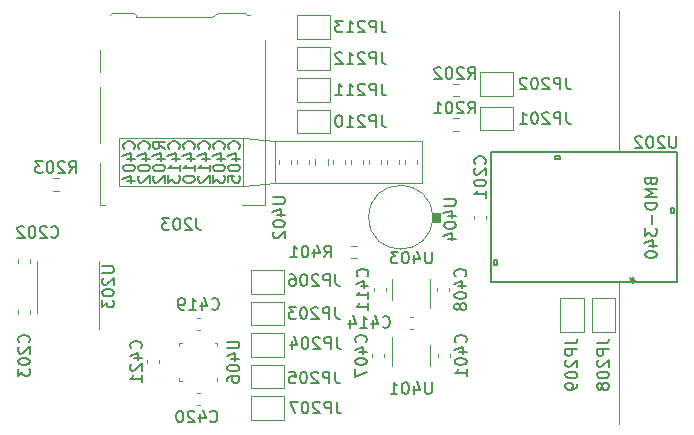
<source format=gbr>
%TF.GenerationSoftware,KiCad,Pcbnew,(5.1.7)-1*%
%TF.CreationDate,2021-01-20T17:17:38-05:00*%
%TF.ProjectId,SYSC4907_REV2,53595343-3439-4303-975f-524556322e6b,rev?*%
%TF.SameCoordinates,Original*%
%TF.FileFunction,Legend,Bot*%
%TF.FilePolarity,Positive*%
%FSLAX46Y46*%
G04 Gerber Fmt 4.6, Leading zero omitted, Abs format (unit mm)*
G04 Created by KiCad (PCBNEW (5.1.7)-1) date 2021-01-20 17:17:38*
%MOMM*%
%LPD*%
G01*
G04 APERTURE LIST*
%ADD10C,0.120000*%
%ADD11C,0.152400*%
%ADD12C,0.100000*%
%ADD13C,0.150000*%
G04 APERTURE END LIST*
D10*
X102000000Y-105000000D02*
X102000000Y-117000000D01*
X102000000Y-140000000D02*
X102000000Y-128000000D01*
X70193000Y-119859000D02*
X72860000Y-119605000D01*
X70193000Y-115795000D02*
X72860000Y-116049000D01*
X70193000Y-119859000D02*
X70193000Y-115795000D01*
X59652000Y-119859000D02*
X70193000Y-119859000D01*
X59652000Y-115795000D02*
X59652000Y-119859000D01*
X59779000Y-115795000D02*
X59652000Y-115795000D01*
X70193000Y-115795000D02*
X59779000Y-115795000D01*
X72860000Y-116049000D02*
X85306000Y-116049000D01*
X72860000Y-119605000D02*
X72860000Y-116049000D01*
X85306000Y-119605000D02*
X72860000Y-119605000D01*
X85306000Y-116049000D02*
X85306000Y-119605000D01*
%TO.C,C201*%
X89749000Y-122672267D02*
X89749000Y-122379733D01*
X90769000Y-122672267D02*
X90769000Y-122379733D01*
%TO.C,C401*%
X86701000Y-134356267D02*
X86701000Y-134063733D01*
X87721000Y-134356267D02*
X87721000Y-134063733D01*
%TO.C,C402*%
X74763000Y-117973267D02*
X74763000Y-117680733D01*
X75783000Y-117973267D02*
X75783000Y-117680733D01*
%TO.C,C403*%
X83403000Y-117680733D02*
X83403000Y-117973267D01*
X82383000Y-117680733D02*
X82383000Y-117973267D01*
%TO.C,C404*%
X74259000Y-117973267D02*
X74259000Y-117680733D01*
X73239000Y-117973267D02*
X73239000Y-117680733D01*
%TO.C,C405*%
X83907000Y-117680733D02*
X83907000Y-117973267D01*
X84927000Y-117680733D02*
X84927000Y-117973267D01*
%TO.C,C407*%
X81113000Y-134063733D02*
X81113000Y-134356267D01*
X82133000Y-134063733D02*
X82133000Y-134356267D01*
%TO.C,C408*%
X87594000Y-128475733D02*
X87594000Y-128768267D01*
X86574000Y-128475733D02*
X86574000Y-128768267D01*
%TO.C,C410*%
X79335000Y-117973267D02*
X79335000Y-117680733D01*
X80355000Y-117973267D02*
X80355000Y-117680733D01*
%TO.C,C411*%
X82260000Y-128475733D02*
X82260000Y-128768267D01*
X81240000Y-128475733D02*
X81240000Y-128768267D01*
%TO.C,C412*%
X81879000Y-117973267D02*
X81879000Y-117680733D01*
X80859000Y-117973267D02*
X80859000Y-117680733D01*
%TO.C,C413*%
X78831000Y-117973267D02*
X78831000Y-117680733D01*
X77811000Y-117973267D02*
X77811000Y-117680733D01*
%TO.C,C414*%
X84563267Y-131926000D02*
X84270733Y-131926000D01*
X84563267Y-130906000D02*
X84270733Y-130906000D01*
%TO.C,C419*%
X66529267Y-132053000D02*
X66236733Y-132053000D01*
X66529267Y-131033000D02*
X66236733Y-131033000D01*
%TO.C,C420*%
X66529267Y-137383000D02*
X66236733Y-137383000D01*
X66529267Y-138403000D02*
X66236733Y-138403000D01*
%TO.C,C421*%
X63083000Y-134571733D02*
X63083000Y-134864267D01*
X62063000Y-134571733D02*
X62063000Y-134864267D01*
%TO.C,J203*%
X70075000Y-121485000D02*
X71995000Y-121485000D01*
X71995000Y-121485000D02*
X71995000Y-107475000D01*
X58475000Y-121485000D02*
X58025000Y-121485000D01*
X58025000Y-121485000D02*
X58025000Y-117875000D01*
X70315000Y-105215000D02*
X68005000Y-105215000D01*
X59055000Y-105215000D02*
X60915000Y-105215000D01*
X59055000Y-105215000D02*
X58855000Y-105415000D01*
X58025000Y-116175000D02*
X58025000Y-111475000D01*
X58025000Y-110175000D02*
X58025000Y-108375000D01*
X61125000Y-105565000D02*
X67495000Y-105565000D01*
X61125000Y-105565000D02*
X61125000Y-105415000D01*
X60915000Y-105215000D02*
X61125000Y-105415000D01*
X70315000Y-105215000D02*
X70515000Y-105415000D01*
X70515000Y-105415000D02*
X70775000Y-105415000D01*
X68005000Y-105215000D02*
X67495000Y-105565000D01*
%TO.C,JP201*%
X90256000Y-115144000D02*
X93056000Y-115144000D01*
X93056000Y-115144000D02*
X93056000Y-113144000D01*
X93056000Y-113144000D02*
X90256000Y-113144000D01*
X90256000Y-113144000D02*
X90256000Y-115144000D01*
%TO.C,JP202*%
X90256000Y-110223000D02*
X90256000Y-112223000D01*
X93056000Y-110223000D02*
X90256000Y-110223000D01*
X93056000Y-112223000D02*
X93056000Y-110223000D01*
X90256000Y-112223000D02*
X93056000Y-112223000D01*
%TO.C,JP203*%
X70825000Y-129654000D02*
X70825000Y-131654000D01*
X73625000Y-129654000D02*
X70825000Y-129654000D01*
X73625000Y-131654000D02*
X73625000Y-129654000D01*
X70825000Y-131654000D02*
X73625000Y-131654000D01*
%TO.C,JP204*%
X70825000Y-134321000D02*
X73625000Y-134321000D01*
X73625000Y-134321000D02*
X73625000Y-132321000D01*
X73625000Y-132321000D02*
X70825000Y-132321000D01*
X70825000Y-132321000D02*
X70825000Y-134321000D01*
%TO.C,JP205*%
X70825000Y-134988000D02*
X70825000Y-136988000D01*
X73625000Y-134988000D02*
X70825000Y-134988000D01*
X73625000Y-136988000D02*
X73625000Y-134988000D01*
X70825000Y-136988000D02*
X73625000Y-136988000D01*
%TO.C,JP206*%
X70840000Y-126987000D02*
X70840000Y-128987000D01*
X73640000Y-126987000D02*
X70840000Y-126987000D01*
X73640000Y-128987000D02*
X73640000Y-126987000D01*
X70840000Y-128987000D02*
X73640000Y-128987000D01*
%TO.C,JP207*%
X70825000Y-139655000D02*
X73625000Y-139655000D01*
X73625000Y-139655000D02*
X73625000Y-137655000D01*
X73625000Y-137655000D02*
X70825000Y-137655000D01*
X70825000Y-137655000D02*
X70825000Y-139655000D01*
%TO.C,JP208*%
X101673000Y-132181000D02*
X101673000Y-129381000D01*
X101673000Y-129381000D02*
X99673000Y-129381000D01*
X99673000Y-129381000D02*
X99673000Y-132181000D01*
X99673000Y-132181000D02*
X101673000Y-132181000D01*
%TO.C,JP209*%
X97006000Y-132181000D02*
X99006000Y-132181000D01*
X97006000Y-129381000D02*
X97006000Y-132181000D01*
X99006000Y-129381000D02*
X97006000Y-129381000D01*
X99006000Y-132181000D02*
X99006000Y-129381000D01*
%TO.C,JP210*%
X77562000Y-113398000D02*
X74762000Y-113398000D01*
X74762000Y-113398000D02*
X74762000Y-115398000D01*
X74762000Y-115398000D02*
X77562000Y-115398000D01*
X77562000Y-115398000D02*
X77562000Y-113398000D01*
%TO.C,JP211*%
X77562000Y-112731000D02*
X77562000Y-110731000D01*
X74762000Y-112731000D02*
X77562000Y-112731000D01*
X74762000Y-110731000D02*
X74762000Y-112731000D01*
X77562000Y-110731000D02*
X74762000Y-110731000D01*
%TO.C,JP212*%
X77562000Y-108064000D02*
X74762000Y-108064000D01*
X74762000Y-108064000D02*
X74762000Y-110064000D01*
X74762000Y-110064000D02*
X77562000Y-110064000D01*
X77562000Y-110064000D02*
X77562000Y-108064000D01*
%TO.C,JP213*%
X77562000Y-105397000D02*
X74762000Y-105397000D01*
X74762000Y-105397000D02*
X74762000Y-107397000D01*
X74762000Y-107397000D02*
X77562000Y-107397000D01*
X77562000Y-107397000D02*
X77562000Y-105397000D01*
%TO.C,R201*%
X87972276Y-115174500D02*
X88481724Y-115174500D01*
X87972276Y-114129500D02*
X88481724Y-114129500D01*
%TO.C,R202*%
X87972276Y-112253500D02*
X88481724Y-112253500D01*
X87972276Y-111208500D02*
X88481724Y-111208500D01*
%TO.C,R203*%
X54572724Y-120254500D02*
X54063276Y-120254500D01*
X54572724Y-119209500D02*
X54063276Y-119209500D01*
%TO.C,R401*%
X79845724Y-124924500D02*
X79336276Y-124924500D01*
X79845724Y-125969500D02*
X79336276Y-125969500D01*
%TO.C,R402*%
X77319500Y-118081724D02*
X77319500Y-117572276D01*
X76274500Y-118081724D02*
X76274500Y-117572276D01*
D11*
%TO.C,U202*%
X91113300Y-127986400D02*
X91113300Y-117013600D01*
X91113300Y-117013600D02*
X106886700Y-117013600D01*
X106886700Y-117013600D02*
X106886700Y-127986400D01*
X106886700Y-127986400D02*
X91113300Y-127986400D01*
X91641998Y-126540500D02*
X91387998Y-126540500D01*
X91387998Y-126540500D02*
X91387998Y-126159500D01*
X91387998Y-126159500D02*
X91641998Y-126159500D01*
X91641998Y-126159500D02*
X91641998Y-126540500D01*
X96990499Y-117338001D02*
X96609499Y-117338001D01*
X96609499Y-117338001D02*
X96609499Y-117592001D01*
X96609499Y-117592001D02*
X96990499Y-117592001D01*
X96990499Y-117592001D02*
X96990499Y-117338001D01*
X106358002Y-122140501D02*
X106612002Y-122140501D01*
X106612002Y-122140501D02*
X106612002Y-121759501D01*
X106612002Y-121759501D02*
X106358002Y-121759501D01*
X106358002Y-121759501D02*
X106358002Y-122140501D01*
D10*
%TO.C,U203*%
X57944000Y-128368000D02*
X57944000Y-131968000D01*
X57944000Y-128368000D02*
X57944000Y-126168000D01*
X52724000Y-128368000D02*
X52724000Y-130568000D01*
X52724000Y-128368000D02*
X52724000Y-126168000D01*
%TO.C,U401*%
X82807000Y-135110000D02*
X82807000Y-132660000D01*
X86027000Y-133310000D02*
X86027000Y-135110000D01*
%TO.C,U403*%
X86027000Y-127722000D02*
X86027000Y-130172000D01*
X82807000Y-129522000D02*
X82807000Y-127722000D01*
D12*
%TO.C,U404*%
G36*
X86802000Y-122119000D02*
G01*
X86167000Y-122119000D01*
X86167000Y-122881000D01*
X86802000Y-122881000D01*
X86802000Y-122119000D01*
G37*
X86802000Y-122119000D02*
X86167000Y-122119000D01*
X86167000Y-122881000D01*
X86802000Y-122881000D01*
X86802000Y-122119000D01*
D10*
X86200000Y-122500000D02*
G75*
G03*
X86200000Y-122500000I-2700000J0D01*
G01*
%TO.C,U406*%
X67993000Y-136102000D02*
X67993000Y-136352000D01*
X64773000Y-133132000D02*
X65023000Y-133132000D01*
X64773000Y-133382000D02*
X64773000Y-133132000D01*
X64773000Y-136352000D02*
X65023000Y-136352000D01*
X64773000Y-136102000D02*
X64773000Y-136352000D01*
X67993000Y-133132000D02*
X67743000Y-133132000D01*
X67993000Y-133382000D02*
X67993000Y-133132000D01*
%TO.C,C202*%
X52161000Y-126062733D02*
X52161000Y-126355267D01*
X51141000Y-126062733D02*
X51141000Y-126355267D01*
%TO.C,C203*%
X51141000Y-130380733D02*
X51141000Y-130673267D01*
X52161000Y-130380733D02*
X52161000Y-130673267D01*
%TO.C,C201*%
D13*
X90616142Y-117977952D02*
X90663761Y-117930333D01*
X90711380Y-117787476D01*
X90711380Y-117692238D01*
X90663761Y-117549380D01*
X90568523Y-117454142D01*
X90473285Y-117406523D01*
X90282809Y-117358904D01*
X90139952Y-117358904D01*
X89949476Y-117406523D01*
X89854238Y-117454142D01*
X89759000Y-117549380D01*
X89711380Y-117692238D01*
X89711380Y-117787476D01*
X89759000Y-117930333D01*
X89806619Y-117977952D01*
X89806619Y-118358904D02*
X89759000Y-118406523D01*
X89711380Y-118501761D01*
X89711380Y-118739857D01*
X89759000Y-118835095D01*
X89806619Y-118882714D01*
X89901857Y-118930333D01*
X89997095Y-118930333D01*
X90139952Y-118882714D01*
X90711380Y-118311285D01*
X90711380Y-118930333D01*
X89711380Y-119549380D02*
X89711380Y-119644619D01*
X89759000Y-119739857D01*
X89806619Y-119787476D01*
X89901857Y-119835095D01*
X90092333Y-119882714D01*
X90330428Y-119882714D01*
X90520904Y-119835095D01*
X90616142Y-119787476D01*
X90663761Y-119739857D01*
X90711380Y-119644619D01*
X90711380Y-119549380D01*
X90663761Y-119454142D01*
X90616142Y-119406523D01*
X90520904Y-119358904D01*
X90330428Y-119311285D01*
X90092333Y-119311285D01*
X89901857Y-119358904D01*
X89806619Y-119406523D01*
X89759000Y-119454142D01*
X89711380Y-119549380D01*
X90711380Y-120835095D02*
X90711380Y-120263666D01*
X90711380Y-120549380D02*
X89711380Y-120549380D01*
X89854238Y-120454142D01*
X89949476Y-120358904D01*
X89997095Y-120263666D01*
%TO.C,C401*%
X88998142Y-133090952D02*
X89045761Y-133043333D01*
X89093380Y-132900476D01*
X89093380Y-132805238D01*
X89045761Y-132662380D01*
X88950523Y-132567142D01*
X88855285Y-132519523D01*
X88664809Y-132471904D01*
X88521952Y-132471904D01*
X88331476Y-132519523D01*
X88236238Y-132567142D01*
X88141000Y-132662380D01*
X88093380Y-132805238D01*
X88093380Y-132900476D01*
X88141000Y-133043333D01*
X88188619Y-133090952D01*
X88426714Y-133948095D02*
X89093380Y-133948095D01*
X88045761Y-133710000D02*
X88760047Y-133471904D01*
X88760047Y-134090952D01*
X88093380Y-134662380D02*
X88093380Y-134757619D01*
X88141000Y-134852857D01*
X88188619Y-134900476D01*
X88283857Y-134948095D01*
X88474333Y-134995714D01*
X88712428Y-134995714D01*
X88902904Y-134948095D01*
X88998142Y-134900476D01*
X89045761Y-134852857D01*
X89093380Y-134757619D01*
X89093380Y-134662380D01*
X89045761Y-134567142D01*
X88998142Y-134519523D01*
X88902904Y-134471904D01*
X88712428Y-134424285D01*
X88474333Y-134424285D01*
X88283857Y-134471904D01*
X88188619Y-134519523D01*
X88141000Y-134567142D01*
X88093380Y-134662380D01*
X89093380Y-135948095D02*
X89093380Y-135376666D01*
X89093380Y-135662380D02*
X88093380Y-135662380D01*
X88236238Y-135567142D01*
X88331476Y-135471904D01*
X88379095Y-135376666D01*
%TO.C,C402*%
X62168142Y-116707952D02*
X62215761Y-116660333D01*
X62263380Y-116517476D01*
X62263380Y-116422238D01*
X62215761Y-116279380D01*
X62120523Y-116184142D01*
X62025285Y-116136523D01*
X61834809Y-116088904D01*
X61691952Y-116088904D01*
X61501476Y-116136523D01*
X61406238Y-116184142D01*
X61311000Y-116279380D01*
X61263380Y-116422238D01*
X61263380Y-116517476D01*
X61311000Y-116660333D01*
X61358619Y-116707952D01*
X61596714Y-117565095D02*
X62263380Y-117565095D01*
X61215761Y-117327000D02*
X61930047Y-117088904D01*
X61930047Y-117707952D01*
X61263380Y-118279380D02*
X61263380Y-118374619D01*
X61311000Y-118469857D01*
X61358619Y-118517476D01*
X61453857Y-118565095D01*
X61644333Y-118612714D01*
X61882428Y-118612714D01*
X62072904Y-118565095D01*
X62168142Y-118517476D01*
X62215761Y-118469857D01*
X62263380Y-118374619D01*
X62263380Y-118279380D01*
X62215761Y-118184142D01*
X62168142Y-118136523D01*
X62072904Y-118088904D01*
X61882428Y-118041285D01*
X61644333Y-118041285D01*
X61453857Y-118088904D01*
X61358619Y-118136523D01*
X61311000Y-118184142D01*
X61263380Y-118279380D01*
X61358619Y-118993666D02*
X61311000Y-119041285D01*
X61263380Y-119136523D01*
X61263380Y-119374619D01*
X61311000Y-119469857D01*
X61358619Y-119517476D01*
X61453857Y-119565095D01*
X61549095Y-119565095D01*
X61691952Y-119517476D01*
X62263380Y-118946047D01*
X62263380Y-119565095D01*
%TO.C,C403*%
X68518142Y-116707952D02*
X68565761Y-116660333D01*
X68613380Y-116517476D01*
X68613380Y-116422238D01*
X68565761Y-116279380D01*
X68470523Y-116184142D01*
X68375285Y-116136523D01*
X68184809Y-116088904D01*
X68041952Y-116088904D01*
X67851476Y-116136523D01*
X67756238Y-116184142D01*
X67661000Y-116279380D01*
X67613380Y-116422238D01*
X67613380Y-116517476D01*
X67661000Y-116660333D01*
X67708619Y-116707952D01*
X67946714Y-117565095D02*
X68613380Y-117565095D01*
X67565761Y-117327000D02*
X68280047Y-117088904D01*
X68280047Y-117707952D01*
X67613380Y-118279380D02*
X67613380Y-118374619D01*
X67661000Y-118469857D01*
X67708619Y-118517476D01*
X67803857Y-118565095D01*
X67994333Y-118612714D01*
X68232428Y-118612714D01*
X68422904Y-118565095D01*
X68518142Y-118517476D01*
X68565761Y-118469857D01*
X68613380Y-118374619D01*
X68613380Y-118279380D01*
X68565761Y-118184142D01*
X68518142Y-118136523D01*
X68422904Y-118088904D01*
X68232428Y-118041285D01*
X67994333Y-118041285D01*
X67803857Y-118088904D01*
X67708619Y-118136523D01*
X67661000Y-118184142D01*
X67613380Y-118279380D01*
X67613380Y-118946047D02*
X67613380Y-119565095D01*
X67994333Y-119231761D01*
X67994333Y-119374619D01*
X68041952Y-119469857D01*
X68089571Y-119517476D01*
X68184809Y-119565095D01*
X68422904Y-119565095D01*
X68518142Y-119517476D01*
X68565761Y-119469857D01*
X68613380Y-119374619D01*
X68613380Y-119088904D01*
X68565761Y-118993666D01*
X68518142Y-118946047D01*
%TO.C,C404*%
X60898142Y-116707952D02*
X60945761Y-116660333D01*
X60993380Y-116517476D01*
X60993380Y-116422238D01*
X60945761Y-116279380D01*
X60850523Y-116184142D01*
X60755285Y-116136523D01*
X60564809Y-116088904D01*
X60421952Y-116088904D01*
X60231476Y-116136523D01*
X60136238Y-116184142D01*
X60041000Y-116279380D01*
X59993380Y-116422238D01*
X59993380Y-116517476D01*
X60041000Y-116660333D01*
X60088619Y-116707952D01*
X60326714Y-117565095D02*
X60993380Y-117565095D01*
X59945761Y-117327000D02*
X60660047Y-117088904D01*
X60660047Y-117707952D01*
X59993380Y-118279380D02*
X59993380Y-118374619D01*
X60041000Y-118469857D01*
X60088619Y-118517476D01*
X60183857Y-118565095D01*
X60374333Y-118612714D01*
X60612428Y-118612714D01*
X60802904Y-118565095D01*
X60898142Y-118517476D01*
X60945761Y-118469857D01*
X60993380Y-118374619D01*
X60993380Y-118279380D01*
X60945761Y-118184142D01*
X60898142Y-118136523D01*
X60802904Y-118088904D01*
X60612428Y-118041285D01*
X60374333Y-118041285D01*
X60183857Y-118088904D01*
X60088619Y-118136523D01*
X60041000Y-118184142D01*
X59993380Y-118279380D01*
X60326714Y-119469857D02*
X60993380Y-119469857D01*
X59945761Y-119231761D02*
X60660047Y-118993666D01*
X60660047Y-119612714D01*
%TO.C,C405*%
X69788142Y-116707952D02*
X69835761Y-116660333D01*
X69883380Y-116517476D01*
X69883380Y-116422238D01*
X69835761Y-116279380D01*
X69740523Y-116184142D01*
X69645285Y-116136523D01*
X69454809Y-116088904D01*
X69311952Y-116088904D01*
X69121476Y-116136523D01*
X69026238Y-116184142D01*
X68931000Y-116279380D01*
X68883380Y-116422238D01*
X68883380Y-116517476D01*
X68931000Y-116660333D01*
X68978619Y-116707952D01*
X69216714Y-117565095D02*
X69883380Y-117565095D01*
X68835761Y-117327000D02*
X69550047Y-117088904D01*
X69550047Y-117707952D01*
X68883380Y-118279380D02*
X68883380Y-118374619D01*
X68931000Y-118469857D01*
X68978619Y-118517476D01*
X69073857Y-118565095D01*
X69264333Y-118612714D01*
X69502428Y-118612714D01*
X69692904Y-118565095D01*
X69788142Y-118517476D01*
X69835761Y-118469857D01*
X69883380Y-118374619D01*
X69883380Y-118279380D01*
X69835761Y-118184142D01*
X69788142Y-118136523D01*
X69692904Y-118088904D01*
X69502428Y-118041285D01*
X69264333Y-118041285D01*
X69073857Y-118088904D01*
X68978619Y-118136523D01*
X68931000Y-118184142D01*
X68883380Y-118279380D01*
X68883380Y-119517476D02*
X68883380Y-119041285D01*
X69359571Y-118993666D01*
X69311952Y-119041285D01*
X69264333Y-119136523D01*
X69264333Y-119374619D01*
X69311952Y-119469857D01*
X69359571Y-119517476D01*
X69454809Y-119565095D01*
X69692904Y-119565095D01*
X69788142Y-119517476D01*
X69835761Y-119469857D01*
X69883380Y-119374619D01*
X69883380Y-119136523D01*
X69835761Y-119041285D01*
X69788142Y-118993666D01*
%TO.C,C407*%
X80550142Y-133090952D02*
X80597761Y-133043333D01*
X80645380Y-132900476D01*
X80645380Y-132805238D01*
X80597761Y-132662380D01*
X80502523Y-132567142D01*
X80407285Y-132519523D01*
X80216809Y-132471904D01*
X80073952Y-132471904D01*
X79883476Y-132519523D01*
X79788238Y-132567142D01*
X79693000Y-132662380D01*
X79645380Y-132805238D01*
X79645380Y-132900476D01*
X79693000Y-133043333D01*
X79740619Y-133090952D01*
X79978714Y-133948095D02*
X80645380Y-133948095D01*
X79597761Y-133710000D02*
X80312047Y-133471904D01*
X80312047Y-134090952D01*
X79645380Y-134662380D02*
X79645380Y-134757619D01*
X79693000Y-134852857D01*
X79740619Y-134900476D01*
X79835857Y-134948095D01*
X80026333Y-134995714D01*
X80264428Y-134995714D01*
X80454904Y-134948095D01*
X80550142Y-134900476D01*
X80597761Y-134852857D01*
X80645380Y-134757619D01*
X80645380Y-134662380D01*
X80597761Y-134567142D01*
X80550142Y-134519523D01*
X80454904Y-134471904D01*
X80264428Y-134424285D01*
X80026333Y-134424285D01*
X79835857Y-134471904D01*
X79740619Y-134519523D01*
X79693000Y-134567142D01*
X79645380Y-134662380D01*
X79645380Y-135329047D02*
X79645380Y-135995714D01*
X80645380Y-135567142D01*
%TO.C,C408*%
X88965142Y-127502952D02*
X89012761Y-127455333D01*
X89060380Y-127312476D01*
X89060380Y-127217238D01*
X89012761Y-127074380D01*
X88917523Y-126979142D01*
X88822285Y-126931523D01*
X88631809Y-126883904D01*
X88488952Y-126883904D01*
X88298476Y-126931523D01*
X88203238Y-126979142D01*
X88108000Y-127074380D01*
X88060380Y-127217238D01*
X88060380Y-127312476D01*
X88108000Y-127455333D01*
X88155619Y-127502952D01*
X88393714Y-128360095D02*
X89060380Y-128360095D01*
X88012761Y-128122000D02*
X88727047Y-127883904D01*
X88727047Y-128502952D01*
X88060380Y-129074380D02*
X88060380Y-129169619D01*
X88108000Y-129264857D01*
X88155619Y-129312476D01*
X88250857Y-129360095D01*
X88441333Y-129407714D01*
X88679428Y-129407714D01*
X88869904Y-129360095D01*
X88965142Y-129312476D01*
X89012761Y-129264857D01*
X89060380Y-129169619D01*
X89060380Y-129074380D01*
X89012761Y-128979142D01*
X88965142Y-128931523D01*
X88869904Y-128883904D01*
X88679428Y-128836285D01*
X88441333Y-128836285D01*
X88250857Y-128883904D01*
X88155619Y-128931523D01*
X88108000Y-128979142D01*
X88060380Y-129074380D01*
X88488952Y-129979142D02*
X88441333Y-129883904D01*
X88393714Y-129836285D01*
X88298476Y-129788666D01*
X88250857Y-129788666D01*
X88155619Y-129836285D01*
X88108000Y-129883904D01*
X88060380Y-129979142D01*
X88060380Y-130169619D01*
X88108000Y-130264857D01*
X88155619Y-130312476D01*
X88250857Y-130360095D01*
X88298476Y-130360095D01*
X88393714Y-130312476D01*
X88441333Y-130264857D01*
X88488952Y-130169619D01*
X88488952Y-129979142D01*
X88536571Y-129883904D01*
X88584190Y-129836285D01*
X88679428Y-129788666D01*
X88869904Y-129788666D01*
X88965142Y-129836285D01*
X89012761Y-129883904D01*
X89060380Y-129979142D01*
X89060380Y-130169619D01*
X89012761Y-130264857D01*
X88965142Y-130312476D01*
X88869904Y-130360095D01*
X88679428Y-130360095D01*
X88584190Y-130312476D01*
X88536571Y-130264857D01*
X88488952Y-130169619D01*
%TO.C,C410*%
X65978142Y-116707952D02*
X66025761Y-116660333D01*
X66073380Y-116517476D01*
X66073380Y-116422238D01*
X66025761Y-116279380D01*
X65930523Y-116184142D01*
X65835285Y-116136523D01*
X65644809Y-116088904D01*
X65501952Y-116088904D01*
X65311476Y-116136523D01*
X65216238Y-116184142D01*
X65121000Y-116279380D01*
X65073380Y-116422238D01*
X65073380Y-116517476D01*
X65121000Y-116660333D01*
X65168619Y-116707952D01*
X65406714Y-117565095D02*
X66073380Y-117565095D01*
X65025761Y-117327000D02*
X65740047Y-117088904D01*
X65740047Y-117707952D01*
X66073380Y-118612714D02*
X66073380Y-118041285D01*
X66073380Y-118327000D02*
X65073380Y-118327000D01*
X65216238Y-118231761D01*
X65311476Y-118136523D01*
X65359095Y-118041285D01*
X65073380Y-119231761D02*
X65073380Y-119327000D01*
X65121000Y-119422238D01*
X65168619Y-119469857D01*
X65263857Y-119517476D01*
X65454333Y-119565095D01*
X65692428Y-119565095D01*
X65882904Y-119517476D01*
X65978142Y-119469857D01*
X66025761Y-119422238D01*
X66073380Y-119327000D01*
X66073380Y-119231761D01*
X66025761Y-119136523D01*
X65978142Y-119088904D01*
X65882904Y-119041285D01*
X65692428Y-118993666D01*
X65454333Y-118993666D01*
X65263857Y-119041285D01*
X65168619Y-119088904D01*
X65121000Y-119136523D01*
X65073380Y-119231761D01*
%TO.C,C411*%
X80677142Y-127502952D02*
X80724761Y-127455333D01*
X80772380Y-127312476D01*
X80772380Y-127217238D01*
X80724761Y-127074380D01*
X80629523Y-126979142D01*
X80534285Y-126931523D01*
X80343809Y-126883904D01*
X80200952Y-126883904D01*
X80010476Y-126931523D01*
X79915238Y-126979142D01*
X79820000Y-127074380D01*
X79772380Y-127217238D01*
X79772380Y-127312476D01*
X79820000Y-127455333D01*
X79867619Y-127502952D01*
X80105714Y-128360095D02*
X80772380Y-128360095D01*
X79724761Y-128122000D02*
X80439047Y-127883904D01*
X80439047Y-128502952D01*
X80772380Y-129407714D02*
X80772380Y-128836285D01*
X80772380Y-129122000D02*
X79772380Y-129122000D01*
X79915238Y-129026761D01*
X80010476Y-128931523D01*
X80058095Y-128836285D01*
X80772380Y-130360095D02*
X80772380Y-129788666D01*
X80772380Y-130074380D02*
X79772380Y-130074380D01*
X79915238Y-129979142D01*
X80010476Y-129883904D01*
X80058095Y-129788666D01*
%TO.C,C412*%
X67248142Y-116707952D02*
X67295761Y-116660333D01*
X67343380Y-116517476D01*
X67343380Y-116422238D01*
X67295761Y-116279380D01*
X67200523Y-116184142D01*
X67105285Y-116136523D01*
X66914809Y-116088904D01*
X66771952Y-116088904D01*
X66581476Y-116136523D01*
X66486238Y-116184142D01*
X66391000Y-116279380D01*
X66343380Y-116422238D01*
X66343380Y-116517476D01*
X66391000Y-116660333D01*
X66438619Y-116707952D01*
X66676714Y-117565095D02*
X67343380Y-117565095D01*
X66295761Y-117327000D02*
X67010047Y-117088904D01*
X67010047Y-117707952D01*
X67343380Y-118612714D02*
X67343380Y-118041285D01*
X67343380Y-118327000D02*
X66343380Y-118327000D01*
X66486238Y-118231761D01*
X66581476Y-118136523D01*
X66629095Y-118041285D01*
X66438619Y-118993666D02*
X66391000Y-119041285D01*
X66343380Y-119136523D01*
X66343380Y-119374619D01*
X66391000Y-119469857D01*
X66438619Y-119517476D01*
X66533857Y-119565095D01*
X66629095Y-119565095D01*
X66771952Y-119517476D01*
X67343380Y-118946047D01*
X67343380Y-119565095D01*
%TO.C,C413*%
X64708142Y-116707952D02*
X64755761Y-116660333D01*
X64803380Y-116517476D01*
X64803380Y-116422238D01*
X64755761Y-116279380D01*
X64660523Y-116184142D01*
X64565285Y-116136523D01*
X64374809Y-116088904D01*
X64231952Y-116088904D01*
X64041476Y-116136523D01*
X63946238Y-116184142D01*
X63851000Y-116279380D01*
X63803380Y-116422238D01*
X63803380Y-116517476D01*
X63851000Y-116660333D01*
X63898619Y-116707952D01*
X64136714Y-117565095D02*
X64803380Y-117565095D01*
X63755761Y-117327000D02*
X64470047Y-117088904D01*
X64470047Y-117707952D01*
X64803380Y-118612714D02*
X64803380Y-118041285D01*
X64803380Y-118327000D02*
X63803380Y-118327000D01*
X63946238Y-118231761D01*
X64041476Y-118136523D01*
X64089095Y-118041285D01*
X63803380Y-118946047D02*
X63803380Y-119565095D01*
X64184333Y-119231761D01*
X64184333Y-119374619D01*
X64231952Y-119469857D01*
X64279571Y-119517476D01*
X64374809Y-119565095D01*
X64612904Y-119565095D01*
X64708142Y-119517476D01*
X64755761Y-119469857D01*
X64803380Y-119374619D01*
X64803380Y-119088904D01*
X64755761Y-118993666D01*
X64708142Y-118946047D01*
%TO.C,C414*%
X81980047Y-131773142D02*
X82027666Y-131820761D01*
X82170523Y-131868380D01*
X82265761Y-131868380D01*
X82408619Y-131820761D01*
X82503857Y-131725523D01*
X82551476Y-131630285D01*
X82599095Y-131439809D01*
X82599095Y-131296952D01*
X82551476Y-131106476D01*
X82503857Y-131011238D01*
X82408619Y-130916000D01*
X82265761Y-130868380D01*
X82170523Y-130868380D01*
X82027666Y-130916000D01*
X81980047Y-130963619D01*
X81122904Y-131201714D02*
X81122904Y-131868380D01*
X81361000Y-130820761D02*
X81599095Y-131535047D01*
X80980047Y-131535047D01*
X80075285Y-131868380D02*
X80646714Y-131868380D01*
X80361000Y-131868380D02*
X80361000Y-130868380D01*
X80456238Y-131011238D01*
X80551476Y-131106476D01*
X80646714Y-131154095D01*
X79218142Y-131201714D02*
X79218142Y-131868380D01*
X79456238Y-130820761D02*
X79694333Y-131535047D01*
X79075285Y-131535047D01*
%TO.C,C419*%
X67502047Y-130249142D02*
X67549666Y-130296761D01*
X67692523Y-130344380D01*
X67787761Y-130344380D01*
X67930619Y-130296761D01*
X68025857Y-130201523D01*
X68073476Y-130106285D01*
X68121095Y-129915809D01*
X68121095Y-129772952D01*
X68073476Y-129582476D01*
X68025857Y-129487238D01*
X67930619Y-129392000D01*
X67787761Y-129344380D01*
X67692523Y-129344380D01*
X67549666Y-129392000D01*
X67502047Y-129439619D01*
X66644904Y-129677714D02*
X66644904Y-130344380D01*
X66883000Y-129296761D02*
X67121095Y-130011047D01*
X66502047Y-130011047D01*
X65597285Y-130344380D02*
X66168714Y-130344380D01*
X65883000Y-130344380D02*
X65883000Y-129344380D01*
X65978238Y-129487238D01*
X66073476Y-129582476D01*
X66168714Y-129630095D01*
X65121095Y-130344380D02*
X64930619Y-130344380D01*
X64835380Y-130296761D01*
X64787761Y-130249142D01*
X64692523Y-130106285D01*
X64644904Y-129915809D01*
X64644904Y-129534857D01*
X64692523Y-129439619D01*
X64740142Y-129392000D01*
X64835380Y-129344380D01*
X65025857Y-129344380D01*
X65121095Y-129392000D01*
X65168714Y-129439619D01*
X65216333Y-129534857D01*
X65216333Y-129772952D01*
X65168714Y-129868190D01*
X65121095Y-129915809D01*
X65025857Y-129963428D01*
X64835380Y-129963428D01*
X64740142Y-129915809D01*
X64692523Y-129868190D01*
X64644904Y-129772952D01*
%TO.C,C420*%
X67375047Y-139774142D02*
X67422666Y-139821761D01*
X67565523Y-139869380D01*
X67660761Y-139869380D01*
X67803619Y-139821761D01*
X67898857Y-139726523D01*
X67946476Y-139631285D01*
X67994095Y-139440809D01*
X67994095Y-139297952D01*
X67946476Y-139107476D01*
X67898857Y-139012238D01*
X67803619Y-138917000D01*
X67660761Y-138869380D01*
X67565523Y-138869380D01*
X67422666Y-138917000D01*
X67375047Y-138964619D01*
X66517904Y-139202714D02*
X66517904Y-139869380D01*
X66756000Y-138821761D02*
X66994095Y-139536047D01*
X66375047Y-139536047D01*
X66041714Y-138964619D02*
X65994095Y-138917000D01*
X65898857Y-138869380D01*
X65660761Y-138869380D01*
X65565523Y-138917000D01*
X65517904Y-138964619D01*
X65470285Y-139059857D01*
X65470285Y-139155095D01*
X65517904Y-139297952D01*
X66089333Y-139869380D01*
X65470285Y-139869380D01*
X64851238Y-138869380D02*
X64756000Y-138869380D01*
X64660761Y-138917000D01*
X64613142Y-138964619D01*
X64565523Y-139059857D01*
X64517904Y-139250333D01*
X64517904Y-139488428D01*
X64565523Y-139678904D01*
X64613142Y-139774142D01*
X64660761Y-139821761D01*
X64756000Y-139869380D01*
X64851238Y-139869380D01*
X64946476Y-139821761D01*
X64994095Y-139774142D01*
X65041714Y-139678904D01*
X65089333Y-139488428D01*
X65089333Y-139250333D01*
X65041714Y-139059857D01*
X64994095Y-138964619D01*
X64946476Y-138917000D01*
X64851238Y-138869380D01*
%TO.C,C421*%
X61500142Y-133598952D02*
X61547761Y-133551333D01*
X61595380Y-133408476D01*
X61595380Y-133313238D01*
X61547761Y-133170380D01*
X61452523Y-133075142D01*
X61357285Y-133027523D01*
X61166809Y-132979904D01*
X61023952Y-132979904D01*
X60833476Y-133027523D01*
X60738238Y-133075142D01*
X60643000Y-133170380D01*
X60595380Y-133313238D01*
X60595380Y-133408476D01*
X60643000Y-133551333D01*
X60690619Y-133598952D01*
X60928714Y-134456095D02*
X61595380Y-134456095D01*
X60547761Y-134218000D02*
X61262047Y-133979904D01*
X61262047Y-134598952D01*
X60690619Y-134932285D02*
X60643000Y-134979904D01*
X60595380Y-135075142D01*
X60595380Y-135313238D01*
X60643000Y-135408476D01*
X60690619Y-135456095D01*
X60785857Y-135503714D01*
X60881095Y-135503714D01*
X61023952Y-135456095D01*
X61595380Y-134884666D01*
X61595380Y-135503714D01*
X61595380Y-136456095D02*
X61595380Y-135884666D01*
X61595380Y-136170380D02*
X60595380Y-136170380D01*
X60738238Y-136075142D01*
X60833476Y-135979904D01*
X60881095Y-135884666D01*
%TO.C,J203*%
X66210714Y-122577380D02*
X66210714Y-123291666D01*
X66258333Y-123434523D01*
X66353571Y-123529761D01*
X66496428Y-123577380D01*
X66591666Y-123577380D01*
X65782142Y-122672619D02*
X65734523Y-122625000D01*
X65639285Y-122577380D01*
X65401190Y-122577380D01*
X65305952Y-122625000D01*
X65258333Y-122672619D01*
X65210714Y-122767857D01*
X65210714Y-122863095D01*
X65258333Y-123005952D01*
X65829761Y-123577380D01*
X65210714Y-123577380D01*
X64591666Y-122577380D02*
X64496428Y-122577380D01*
X64401190Y-122625000D01*
X64353571Y-122672619D01*
X64305952Y-122767857D01*
X64258333Y-122958333D01*
X64258333Y-123196428D01*
X64305952Y-123386904D01*
X64353571Y-123482142D01*
X64401190Y-123529761D01*
X64496428Y-123577380D01*
X64591666Y-123577380D01*
X64686904Y-123529761D01*
X64734523Y-123482142D01*
X64782142Y-123386904D01*
X64829761Y-123196428D01*
X64829761Y-122958333D01*
X64782142Y-122767857D01*
X64734523Y-122672619D01*
X64686904Y-122625000D01*
X64591666Y-122577380D01*
X63925000Y-122577380D02*
X63305952Y-122577380D01*
X63639285Y-122958333D01*
X63496428Y-122958333D01*
X63401190Y-123005952D01*
X63353571Y-123053571D01*
X63305952Y-123148809D01*
X63305952Y-123386904D01*
X63353571Y-123482142D01*
X63401190Y-123529761D01*
X63496428Y-123577380D01*
X63782142Y-123577380D01*
X63877380Y-123529761D01*
X63925000Y-123482142D01*
%TO.C,JP201*%
X97505714Y-113596380D02*
X97505714Y-114310666D01*
X97553333Y-114453523D01*
X97648571Y-114548761D01*
X97791428Y-114596380D01*
X97886666Y-114596380D01*
X97029523Y-114596380D02*
X97029523Y-113596380D01*
X96648571Y-113596380D01*
X96553333Y-113644000D01*
X96505714Y-113691619D01*
X96458095Y-113786857D01*
X96458095Y-113929714D01*
X96505714Y-114024952D01*
X96553333Y-114072571D01*
X96648571Y-114120190D01*
X97029523Y-114120190D01*
X96077142Y-113691619D02*
X96029523Y-113644000D01*
X95934285Y-113596380D01*
X95696190Y-113596380D01*
X95600952Y-113644000D01*
X95553333Y-113691619D01*
X95505714Y-113786857D01*
X95505714Y-113882095D01*
X95553333Y-114024952D01*
X96124761Y-114596380D01*
X95505714Y-114596380D01*
X94886666Y-113596380D02*
X94791428Y-113596380D01*
X94696190Y-113644000D01*
X94648571Y-113691619D01*
X94600952Y-113786857D01*
X94553333Y-113977333D01*
X94553333Y-114215428D01*
X94600952Y-114405904D01*
X94648571Y-114501142D01*
X94696190Y-114548761D01*
X94791428Y-114596380D01*
X94886666Y-114596380D01*
X94981904Y-114548761D01*
X95029523Y-114501142D01*
X95077142Y-114405904D01*
X95124761Y-114215428D01*
X95124761Y-113977333D01*
X95077142Y-113786857D01*
X95029523Y-113691619D01*
X94981904Y-113644000D01*
X94886666Y-113596380D01*
X93600952Y-114596380D02*
X94172380Y-114596380D01*
X93886666Y-114596380D02*
X93886666Y-113596380D01*
X93981904Y-113739238D01*
X94077142Y-113834476D01*
X94172380Y-113882095D01*
%TO.C,JP202*%
X97505714Y-110675380D02*
X97505714Y-111389666D01*
X97553333Y-111532523D01*
X97648571Y-111627761D01*
X97791428Y-111675380D01*
X97886666Y-111675380D01*
X97029523Y-111675380D02*
X97029523Y-110675380D01*
X96648571Y-110675380D01*
X96553333Y-110723000D01*
X96505714Y-110770619D01*
X96458095Y-110865857D01*
X96458095Y-111008714D01*
X96505714Y-111103952D01*
X96553333Y-111151571D01*
X96648571Y-111199190D01*
X97029523Y-111199190D01*
X96077142Y-110770619D02*
X96029523Y-110723000D01*
X95934285Y-110675380D01*
X95696190Y-110675380D01*
X95600952Y-110723000D01*
X95553333Y-110770619D01*
X95505714Y-110865857D01*
X95505714Y-110961095D01*
X95553333Y-111103952D01*
X96124761Y-111675380D01*
X95505714Y-111675380D01*
X94886666Y-110675380D02*
X94791428Y-110675380D01*
X94696190Y-110723000D01*
X94648571Y-110770619D01*
X94600952Y-110865857D01*
X94553333Y-111056333D01*
X94553333Y-111294428D01*
X94600952Y-111484904D01*
X94648571Y-111580142D01*
X94696190Y-111627761D01*
X94791428Y-111675380D01*
X94886666Y-111675380D01*
X94981904Y-111627761D01*
X95029523Y-111580142D01*
X95077142Y-111484904D01*
X95124761Y-111294428D01*
X95124761Y-111056333D01*
X95077142Y-110865857D01*
X95029523Y-110770619D01*
X94981904Y-110723000D01*
X94886666Y-110675380D01*
X94172380Y-110770619D02*
X94124761Y-110723000D01*
X94029523Y-110675380D01*
X93791428Y-110675380D01*
X93696190Y-110723000D01*
X93648571Y-110770619D01*
X93600952Y-110865857D01*
X93600952Y-110961095D01*
X93648571Y-111103952D01*
X94220000Y-111675380D01*
X93600952Y-111675380D01*
%TO.C,JP203*%
X77947714Y-130106380D02*
X77947714Y-130820666D01*
X77995333Y-130963523D01*
X78090571Y-131058761D01*
X78233428Y-131106380D01*
X78328666Y-131106380D01*
X77471523Y-131106380D02*
X77471523Y-130106380D01*
X77090571Y-130106380D01*
X76995333Y-130154000D01*
X76947714Y-130201619D01*
X76900095Y-130296857D01*
X76900095Y-130439714D01*
X76947714Y-130534952D01*
X76995333Y-130582571D01*
X77090571Y-130630190D01*
X77471523Y-130630190D01*
X76519142Y-130201619D02*
X76471523Y-130154000D01*
X76376285Y-130106380D01*
X76138190Y-130106380D01*
X76042952Y-130154000D01*
X75995333Y-130201619D01*
X75947714Y-130296857D01*
X75947714Y-130392095D01*
X75995333Y-130534952D01*
X76566761Y-131106380D01*
X75947714Y-131106380D01*
X75328666Y-130106380D02*
X75233428Y-130106380D01*
X75138190Y-130154000D01*
X75090571Y-130201619D01*
X75042952Y-130296857D01*
X74995333Y-130487333D01*
X74995333Y-130725428D01*
X75042952Y-130915904D01*
X75090571Y-131011142D01*
X75138190Y-131058761D01*
X75233428Y-131106380D01*
X75328666Y-131106380D01*
X75423904Y-131058761D01*
X75471523Y-131011142D01*
X75519142Y-130915904D01*
X75566761Y-130725428D01*
X75566761Y-130487333D01*
X75519142Y-130296857D01*
X75471523Y-130201619D01*
X75423904Y-130154000D01*
X75328666Y-130106380D01*
X74662000Y-130106380D02*
X74042952Y-130106380D01*
X74376285Y-130487333D01*
X74233428Y-130487333D01*
X74138190Y-130534952D01*
X74090571Y-130582571D01*
X74042952Y-130677809D01*
X74042952Y-130915904D01*
X74090571Y-131011142D01*
X74138190Y-131058761D01*
X74233428Y-131106380D01*
X74519142Y-131106380D01*
X74614380Y-131058761D01*
X74662000Y-131011142D01*
%TO.C,JP204*%
X78074714Y-132646380D02*
X78074714Y-133360666D01*
X78122333Y-133503523D01*
X78217571Y-133598761D01*
X78360428Y-133646380D01*
X78455666Y-133646380D01*
X77598523Y-133646380D02*
X77598523Y-132646380D01*
X77217571Y-132646380D01*
X77122333Y-132694000D01*
X77074714Y-132741619D01*
X77027095Y-132836857D01*
X77027095Y-132979714D01*
X77074714Y-133074952D01*
X77122333Y-133122571D01*
X77217571Y-133170190D01*
X77598523Y-133170190D01*
X76646142Y-132741619D02*
X76598523Y-132694000D01*
X76503285Y-132646380D01*
X76265190Y-132646380D01*
X76169952Y-132694000D01*
X76122333Y-132741619D01*
X76074714Y-132836857D01*
X76074714Y-132932095D01*
X76122333Y-133074952D01*
X76693761Y-133646380D01*
X76074714Y-133646380D01*
X75455666Y-132646380D02*
X75360428Y-132646380D01*
X75265190Y-132694000D01*
X75217571Y-132741619D01*
X75169952Y-132836857D01*
X75122333Y-133027333D01*
X75122333Y-133265428D01*
X75169952Y-133455904D01*
X75217571Y-133551142D01*
X75265190Y-133598761D01*
X75360428Y-133646380D01*
X75455666Y-133646380D01*
X75550904Y-133598761D01*
X75598523Y-133551142D01*
X75646142Y-133455904D01*
X75693761Y-133265428D01*
X75693761Y-133027333D01*
X75646142Y-132836857D01*
X75598523Y-132741619D01*
X75550904Y-132694000D01*
X75455666Y-132646380D01*
X74265190Y-132979714D02*
X74265190Y-133646380D01*
X74503285Y-132598761D02*
X74741380Y-133313047D01*
X74122333Y-133313047D01*
%TO.C,JP205*%
X77947714Y-135567380D02*
X77947714Y-136281666D01*
X77995333Y-136424523D01*
X78090571Y-136519761D01*
X78233428Y-136567380D01*
X78328666Y-136567380D01*
X77471523Y-136567380D02*
X77471523Y-135567380D01*
X77090571Y-135567380D01*
X76995333Y-135615000D01*
X76947714Y-135662619D01*
X76900095Y-135757857D01*
X76900095Y-135900714D01*
X76947714Y-135995952D01*
X76995333Y-136043571D01*
X77090571Y-136091190D01*
X77471523Y-136091190D01*
X76519142Y-135662619D02*
X76471523Y-135615000D01*
X76376285Y-135567380D01*
X76138190Y-135567380D01*
X76042952Y-135615000D01*
X75995333Y-135662619D01*
X75947714Y-135757857D01*
X75947714Y-135853095D01*
X75995333Y-135995952D01*
X76566761Y-136567380D01*
X75947714Y-136567380D01*
X75328666Y-135567380D02*
X75233428Y-135567380D01*
X75138190Y-135615000D01*
X75090571Y-135662619D01*
X75042952Y-135757857D01*
X74995333Y-135948333D01*
X74995333Y-136186428D01*
X75042952Y-136376904D01*
X75090571Y-136472142D01*
X75138190Y-136519761D01*
X75233428Y-136567380D01*
X75328666Y-136567380D01*
X75423904Y-136519761D01*
X75471523Y-136472142D01*
X75519142Y-136376904D01*
X75566761Y-136186428D01*
X75566761Y-135948333D01*
X75519142Y-135757857D01*
X75471523Y-135662619D01*
X75423904Y-135615000D01*
X75328666Y-135567380D01*
X74090571Y-135567380D02*
X74566761Y-135567380D01*
X74614380Y-136043571D01*
X74566761Y-135995952D01*
X74471523Y-135948333D01*
X74233428Y-135948333D01*
X74138190Y-135995952D01*
X74090571Y-136043571D01*
X74042952Y-136138809D01*
X74042952Y-136376904D01*
X74090571Y-136472142D01*
X74138190Y-136519761D01*
X74233428Y-136567380D01*
X74471523Y-136567380D01*
X74566761Y-136519761D01*
X74614380Y-136472142D01*
%TO.C,JP206*%
X77962714Y-127312380D02*
X77962714Y-128026666D01*
X78010333Y-128169523D01*
X78105571Y-128264761D01*
X78248428Y-128312380D01*
X78343666Y-128312380D01*
X77486523Y-128312380D02*
X77486523Y-127312380D01*
X77105571Y-127312380D01*
X77010333Y-127360000D01*
X76962714Y-127407619D01*
X76915095Y-127502857D01*
X76915095Y-127645714D01*
X76962714Y-127740952D01*
X77010333Y-127788571D01*
X77105571Y-127836190D01*
X77486523Y-127836190D01*
X76534142Y-127407619D02*
X76486523Y-127360000D01*
X76391285Y-127312380D01*
X76153190Y-127312380D01*
X76057952Y-127360000D01*
X76010333Y-127407619D01*
X75962714Y-127502857D01*
X75962714Y-127598095D01*
X76010333Y-127740952D01*
X76581761Y-128312380D01*
X75962714Y-128312380D01*
X75343666Y-127312380D02*
X75248428Y-127312380D01*
X75153190Y-127360000D01*
X75105571Y-127407619D01*
X75057952Y-127502857D01*
X75010333Y-127693333D01*
X75010333Y-127931428D01*
X75057952Y-128121904D01*
X75105571Y-128217142D01*
X75153190Y-128264761D01*
X75248428Y-128312380D01*
X75343666Y-128312380D01*
X75438904Y-128264761D01*
X75486523Y-128217142D01*
X75534142Y-128121904D01*
X75581761Y-127931428D01*
X75581761Y-127693333D01*
X75534142Y-127502857D01*
X75486523Y-127407619D01*
X75438904Y-127360000D01*
X75343666Y-127312380D01*
X74153190Y-127312380D02*
X74343666Y-127312380D01*
X74438904Y-127360000D01*
X74486523Y-127407619D01*
X74581761Y-127550476D01*
X74629380Y-127740952D01*
X74629380Y-128121904D01*
X74581761Y-128217142D01*
X74534142Y-128264761D01*
X74438904Y-128312380D01*
X74248428Y-128312380D01*
X74153190Y-128264761D01*
X74105571Y-128217142D01*
X74057952Y-128121904D01*
X74057952Y-127883809D01*
X74105571Y-127788571D01*
X74153190Y-127740952D01*
X74248428Y-127693333D01*
X74438904Y-127693333D01*
X74534142Y-127740952D01*
X74581761Y-127788571D01*
X74629380Y-127883809D01*
%TO.C,JP207*%
X78074714Y-138107380D02*
X78074714Y-138821666D01*
X78122333Y-138964523D01*
X78217571Y-139059761D01*
X78360428Y-139107380D01*
X78455666Y-139107380D01*
X77598523Y-139107380D02*
X77598523Y-138107380D01*
X77217571Y-138107380D01*
X77122333Y-138155000D01*
X77074714Y-138202619D01*
X77027095Y-138297857D01*
X77027095Y-138440714D01*
X77074714Y-138535952D01*
X77122333Y-138583571D01*
X77217571Y-138631190D01*
X77598523Y-138631190D01*
X76646142Y-138202619D02*
X76598523Y-138155000D01*
X76503285Y-138107380D01*
X76265190Y-138107380D01*
X76169952Y-138155000D01*
X76122333Y-138202619D01*
X76074714Y-138297857D01*
X76074714Y-138393095D01*
X76122333Y-138535952D01*
X76693761Y-139107380D01*
X76074714Y-139107380D01*
X75455666Y-138107380D02*
X75360428Y-138107380D01*
X75265190Y-138155000D01*
X75217571Y-138202619D01*
X75169952Y-138297857D01*
X75122333Y-138488333D01*
X75122333Y-138726428D01*
X75169952Y-138916904D01*
X75217571Y-139012142D01*
X75265190Y-139059761D01*
X75360428Y-139107380D01*
X75455666Y-139107380D01*
X75550904Y-139059761D01*
X75598523Y-139012142D01*
X75646142Y-138916904D01*
X75693761Y-138726428D01*
X75693761Y-138488333D01*
X75646142Y-138297857D01*
X75598523Y-138202619D01*
X75550904Y-138155000D01*
X75455666Y-138107380D01*
X74789000Y-138107380D02*
X74122333Y-138107380D01*
X74550904Y-139107380D01*
%TO.C,JP208*%
X100125380Y-133186285D02*
X100839666Y-133186285D01*
X100982523Y-133138666D01*
X101077761Y-133043428D01*
X101125380Y-132900571D01*
X101125380Y-132805333D01*
X101125380Y-133662476D02*
X100125380Y-133662476D01*
X100125380Y-134043428D01*
X100173000Y-134138666D01*
X100220619Y-134186285D01*
X100315857Y-134233904D01*
X100458714Y-134233904D01*
X100553952Y-134186285D01*
X100601571Y-134138666D01*
X100649190Y-134043428D01*
X100649190Y-133662476D01*
X100220619Y-134614857D02*
X100173000Y-134662476D01*
X100125380Y-134757714D01*
X100125380Y-134995809D01*
X100173000Y-135091047D01*
X100220619Y-135138666D01*
X100315857Y-135186285D01*
X100411095Y-135186285D01*
X100553952Y-135138666D01*
X101125380Y-134567238D01*
X101125380Y-135186285D01*
X100125380Y-135805333D02*
X100125380Y-135900571D01*
X100173000Y-135995809D01*
X100220619Y-136043428D01*
X100315857Y-136091047D01*
X100506333Y-136138666D01*
X100744428Y-136138666D01*
X100934904Y-136091047D01*
X101030142Y-136043428D01*
X101077761Y-135995809D01*
X101125380Y-135900571D01*
X101125380Y-135805333D01*
X101077761Y-135710095D01*
X101030142Y-135662476D01*
X100934904Y-135614857D01*
X100744428Y-135567238D01*
X100506333Y-135567238D01*
X100315857Y-135614857D01*
X100220619Y-135662476D01*
X100173000Y-135710095D01*
X100125380Y-135805333D01*
X100553952Y-136710095D02*
X100506333Y-136614857D01*
X100458714Y-136567238D01*
X100363476Y-136519619D01*
X100315857Y-136519619D01*
X100220619Y-136567238D01*
X100173000Y-136614857D01*
X100125380Y-136710095D01*
X100125380Y-136900571D01*
X100173000Y-136995809D01*
X100220619Y-137043428D01*
X100315857Y-137091047D01*
X100363476Y-137091047D01*
X100458714Y-137043428D01*
X100506333Y-136995809D01*
X100553952Y-136900571D01*
X100553952Y-136710095D01*
X100601571Y-136614857D01*
X100649190Y-136567238D01*
X100744428Y-136519619D01*
X100934904Y-136519619D01*
X101030142Y-136567238D01*
X101077761Y-136614857D01*
X101125380Y-136710095D01*
X101125380Y-136900571D01*
X101077761Y-136995809D01*
X101030142Y-137043428D01*
X100934904Y-137091047D01*
X100744428Y-137091047D01*
X100649190Y-137043428D01*
X100601571Y-136995809D01*
X100553952Y-136900571D01*
%TO.C,JP209*%
X97458380Y-133186285D02*
X98172666Y-133186285D01*
X98315523Y-133138666D01*
X98410761Y-133043428D01*
X98458380Y-132900571D01*
X98458380Y-132805333D01*
X98458380Y-133662476D02*
X97458380Y-133662476D01*
X97458380Y-134043428D01*
X97506000Y-134138666D01*
X97553619Y-134186285D01*
X97648857Y-134233904D01*
X97791714Y-134233904D01*
X97886952Y-134186285D01*
X97934571Y-134138666D01*
X97982190Y-134043428D01*
X97982190Y-133662476D01*
X97553619Y-134614857D02*
X97506000Y-134662476D01*
X97458380Y-134757714D01*
X97458380Y-134995809D01*
X97506000Y-135091047D01*
X97553619Y-135138666D01*
X97648857Y-135186285D01*
X97744095Y-135186285D01*
X97886952Y-135138666D01*
X98458380Y-134567238D01*
X98458380Y-135186285D01*
X97458380Y-135805333D02*
X97458380Y-135900571D01*
X97506000Y-135995809D01*
X97553619Y-136043428D01*
X97648857Y-136091047D01*
X97839333Y-136138666D01*
X98077428Y-136138666D01*
X98267904Y-136091047D01*
X98363142Y-136043428D01*
X98410761Y-135995809D01*
X98458380Y-135900571D01*
X98458380Y-135805333D01*
X98410761Y-135710095D01*
X98363142Y-135662476D01*
X98267904Y-135614857D01*
X98077428Y-135567238D01*
X97839333Y-135567238D01*
X97648857Y-135614857D01*
X97553619Y-135662476D01*
X97506000Y-135710095D01*
X97458380Y-135805333D01*
X98458380Y-136614857D02*
X98458380Y-136805333D01*
X98410761Y-136900571D01*
X98363142Y-136948190D01*
X98220285Y-137043428D01*
X98029809Y-137091047D01*
X97648857Y-137091047D01*
X97553619Y-137043428D01*
X97506000Y-136995809D01*
X97458380Y-136900571D01*
X97458380Y-136710095D01*
X97506000Y-136614857D01*
X97553619Y-136567238D01*
X97648857Y-136519619D01*
X97886952Y-136519619D01*
X97982190Y-136567238D01*
X98029809Y-136614857D01*
X98077428Y-136710095D01*
X98077428Y-136900571D01*
X98029809Y-136995809D01*
X97982190Y-137043428D01*
X97886952Y-137091047D01*
%TO.C,JP210*%
X81884714Y-113850380D02*
X81884714Y-114564666D01*
X81932333Y-114707523D01*
X82027571Y-114802761D01*
X82170428Y-114850380D01*
X82265666Y-114850380D01*
X81408523Y-114850380D02*
X81408523Y-113850380D01*
X81027571Y-113850380D01*
X80932333Y-113898000D01*
X80884714Y-113945619D01*
X80837095Y-114040857D01*
X80837095Y-114183714D01*
X80884714Y-114278952D01*
X80932333Y-114326571D01*
X81027571Y-114374190D01*
X81408523Y-114374190D01*
X80456142Y-113945619D02*
X80408523Y-113898000D01*
X80313285Y-113850380D01*
X80075190Y-113850380D01*
X79979952Y-113898000D01*
X79932333Y-113945619D01*
X79884714Y-114040857D01*
X79884714Y-114136095D01*
X79932333Y-114278952D01*
X80503761Y-114850380D01*
X79884714Y-114850380D01*
X78932333Y-114850380D02*
X79503761Y-114850380D01*
X79218047Y-114850380D02*
X79218047Y-113850380D01*
X79313285Y-113993238D01*
X79408523Y-114088476D01*
X79503761Y-114136095D01*
X78313285Y-113850380D02*
X78218047Y-113850380D01*
X78122809Y-113898000D01*
X78075190Y-113945619D01*
X78027571Y-114040857D01*
X77979952Y-114231333D01*
X77979952Y-114469428D01*
X78027571Y-114659904D01*
X78075190Y-114755142D01*
X78122809Y-114802761D01*
X78218047Y-114850380D01*
X78313285Y-114850380D01*
X78408523Y-114802761D01*
X78456142Y-114755142D01*
X78503761Y-114659904D01*
X78551380Y-114469428D01*
X78551380Y-114231333D01*
X78503761Y-114040857D01*
X78456142Y-113945619D01*
X78408523Y-113898000D01*
X78313285Y-113850380D01*
%TO.C,JP211*%
X81884714Y-111183380D02*
X81884714Y-111897666D01*
X81932333Y-112040523D01*
X82027571Y-112135761D01*
X82170428Y-112183380D01*
X82265666Y-112183380D01*
X81408523Y-112183380D02*
X81408523Y-111183380D01*
X81027571Y-111183380D01*
X80932333Y-111231000D01*
X80884714Y-111278619D01*
X80837095Y-111373857D01*
X80837095Y-111516714D01*
X80884714Y-111611952D01*
X80932333Y-111659571D01*
X81027571Y-111707190D01*
X81408523Y-111707190D01*
X80456142Y-111278619D02*
X80408523Y-111231000D01*
X80313285Y-111183380D01*
X80075190Y-111183380D01*
X79979952Y-111231000D01*
X79932333Y-111278619D01*
X79884714Y-111373857D01*
X79884714Y-111469095D01*
X79932333Y-111611952D01*
X80503761Y-112183380D01*
X79884714Y-112183380D01*
X78932333Y-112183380D02*
X79503761Y-112183380D01*
X79218047Y-112183380D02*
X79218047Y-111183380D01*
X79313285Y-111326238D01*
X79408523Y-111421476D01*
X79503761Y-111469095D01*
X77979952Y-112183380D02*
X78551380Y-112183380D01*
X78265666Y-112183380D02*
X78265666Y-111183380D01*
X78360904Y-111326238D01*
X78456142Y-111421476D01*
X78551380Y-111469095D01*
%TO.C,JP212*%
X81884714Y-108516380D02*
X81884714Y-109230666D01*
X81932333Y-109373523D01*
X82027571Y-109468761D01*
X82170428Y-109516380D01*
X82265666Y-109516380D01*
X81408523Y-109516380D02*
X81408523Y-108516380D01*
X81027571Y-108516380D01*
X80932333Y-108564000D01*
X80884714Y-108611619D01*
X80837095Y-108706857D01*
X80837095Y-108849714D01*
X80884714Y-108944952D01*
X80932333Y-108992571D01*
X81027571Y-109040190D01*
X81408523Y-109040190D01*
X80456142Y-108611619D02*
X80408523Y-108564000D01*
X80313285Y-108516380D01*
X80075190Y-108516380D01*
X79979952Y-108564000D01*
X79932333Y-108611619D01*
X79884714Y-108706857D01*
X79884714Y-108802095D01*
X79932333Y-108944952D01*
X80503761Y-109516380D01*
X79884714Y-109516380D01*
X78932333Y-109516380D02*
X79503761Y-109516380D01*
X79218047Y-109516380D02*
X79218047Y-108516380D01*
X79313285Y-108659238D01*
X79408523Y-108754476D01*
X79503761Y-108802095D01*
X78551380Y-108611619D02*
X78503761Y-108564000D01*
X78408523Y-108516380D01*
X78170428Y-108516380D01*
X78075190Y-108564000D01*
X78027571Y-108611619D01*
X77979952Y-108706857D01*
X77979952Y-108802095D01*
X78027571Y-108944952D01*
X78599000Y-109516380D01*
X77979952Y-109516380D01*
%TO.C,JP213*%
X81884714Y-105849380D02*
X81884714Y-106563666D01*
X81932333Y-106706523D01*
X82027571Y-106801761D01*
X82170428Y-106849380D01*
X82265666Y-106849380D01*
X81408523Y-106849380D02*
X81408523Y-105849380D01*
X81027571Y-105849380D01*
X80932333Y-105897000D01*
X80884714Y-105944619D01*
X80837095Y-106039857D01*
X80837095Y-106182714D01*
X80884714Y-106277952D01*
X80932333Y-106325571D01*
X81027571Y-106373190D01*
X81408523Y-106373190D01*
X80456142Y-105944619D02*
X80408523Y-105897000D01*
X80313285Y-105849380D01*
X80075190Y-105849380D01*
X79979952Y-105897000D01*
X79932333Y-105944619D01*
X79884714Y-106039857D01*
X79884714Y-106135095D01*
X79932333Y-106277952D01*
X80503761Y-106849380D01*
X79884714Y-106849380D01*
X78932333Y-106849380D02*
X79503761Y-106849380D01*
X79218047Y-106849380D02*
X79218047Y-105849380D01*
X79313285Y-105992238D01*
X79408523Y-106087476D01*
X79503761Y-106135095D01*
X78599000Y-105849380D02*
X77979952Y-105849380D01*
X78313285Y-106230333D01*
X78170428Y-106230333D01*
X78075190Y-106277952D01*
X78027571Y-106325571D01*
X77979952Y-106420809D01*
X77979952Y-106658904D01*
X78027571Y-106754142D01*
X78075190Y-106801761D01*
X78170428Y-106849380D01*
X78456142Y-106849380D01*
X78551380Y-106801761D01*
X78599000Y-106754142D01*
%TO.C,R201*%
X89219047Y-113707380D02*
X89552380Y-113231190D01*
X89790476Y-113707380D02*
X89790476Y-112707380D01*
X89409523Y-112707380D01*
X89314285Y-112755000D01*
X89266666Y-112802619D01*
X89219047Y-112897857D01*
X89219047Y-113040714D01*
X89266666Y-113135952D01*
X89314285Y-113183571D01*
X89409523Y-113231190D01*
X89790476Y-113231190D01*
X88838095Y-112802619D02*
X88790476Y-112755000D01*
X88695238Y-112707380D01*
X88457142Y-112707380D01*
X88361904Y-112755000D01*
X88314285Y-112802619D01*
X88266666Y-112897857D01*
X88266666Y-112993095D01*
X88314285Y-113135952D01*
X88885714Y-113707380D01*
X88266666Y-113707380D01*
X87647619Y-112707380D02*
X87552380Y-112707380D01*
X87457142Y-112755000D01*
X87409523Y-112802619D01*
X87361904Y-112897857D01*
X87314285Y-113088333D01*
X87314285Y-113326428D01*
X87361904Y-113516904D01*
X87409523Y-113612142D01*
X87457142Y-113659761D01*
X87552380Y-113707380D01*
X87647619Y-113707380D01*
X87742857Y-113659761D01*
X87790476Y-113612142D01*
X87838095Y-113516904D01*
X87885714Y-113326428D01*
X87885714Y-113088333D01*
X87838095Y-112897857D01*
X87790476Y-112802619D01*
X87742857Y-112755000D01*
X87647619Y-112707380D01*
X86361904Y-113707380D02*
X86933333Y-113707380D01*
X86647619Y-113707380D02*
X86647619Y-112707380D01*
X86742857Y-112850238D01*
X86838095Y-112945476D01*
X86933333Y-112993095D01*
%TO.C,R202*%
X89219047Y-110786380D02*
X89552380Y-110310190D01*
X89790476Y-110786380D02*
X89790476Y-109786380D01*
X89409523Y-109786380D01*
X89314285Y-109834000D01*
X89266666Y-109881619D01*
X89219047Y-109976857D01*
X89219047Y-110119714D01*
X89266666Y-110214952D01*
X89314285Y-110262571D01*
X89409523Y-110310190D01*
X89790476Y-110310190D01*
X88838095Y-109881619D02*
X88790476Y-109834000D01*
X88695238Y-109786380D01*
X88457142Y-109786380D01*
X88361904Y-109834000D01*
X88314285Y-109881619D01*
X88266666Y-109976857D01*
X88266666Y-110072095D01*
X88314285Y-110214952D01*
X88885714Y-110786380D01*
X88266666Y-110786380D01*
X87647619Y-109786380D02*
X87552380Y-109786380D01*
X87457142Y-109834000D01*
X87409523Y-109881619D01*
X87361904Y-109976857D01*
X87314285Y-110167333D01*
X87314285Y-110405428D01*
X87361904Y-110595904D01*
X87409523Y-110691142D01*
X87457142Y-110738761D01*
X87552380Y-110786380D01*
X87647619Y-110786380D01*
X87742857Y-110738761D01*
X87790476Y-110691142D01*
X87838095Y-110595904D01*
X87885714Y-110405428D01*
X87885714Y-110167333D01*
X87838095Y-109976857D01*
X87790476Y-109881619D01*
X87742857Y-109834000D01*
X87647619Y-109786380D01*
X86933333Y-109881619D02*
X86885714Y-109834000D01*
X86790476Y-109786380D01*
X86552380Y-109786380D01*
X86457142Y-109834000D01*
X86409523Y-109881619D01*
X86361904Y-109976857D01*
X86361904Y-110072095D01*
X86409523Y-110214952D01*
X86980952Y-110786380D01*
X86361904Y-110786380D01*
%TO.C,R203*%
X55437047Y-118754380D02*
X55770380Y-118278190D01*
X56008476Y-118754380D02*
X56008476Y-117754380D01*
X55627523Y-117754380D01*
X55532285Y-117802000D01*
X55484666Y-117849619D01*
X55437047Y-117944857D01*
X55437047Y-118087714D01*
X55484666Y-118182952D01*
X55532285Y-118230571D01*
X55627523Y-118278190D01*
X56008476Y-118278190D01*
X55056095Y-117849619D02*
X55008476Y-117802000D01*
X54913238Y-117754380D01*
X54675142Y-117754380D01*
X54579904Y-117802000D01*
X54532285Y-117849619D01*
X54484666Y-117944857D01*
X54484666Y-118040095D01*
X54532285Y-118182952D01*
X55103714Y-118754380D01*
X54484666Y-118754380D01*
X53865619Y-117754380D02*
X53770380Y-117754380D01*
X53675142Y-117802000D01*
X53627523Y-117849619D01*
X53579904Y-117944857D01*
X53532285Y-118135333D01*
X53532285Y-118373428D01*
X53579904Y-118563904D01*
X53627523Y-118659142D01*
X53675142Y-118706761D01*
X53770380Y-118754380D01*
X53865619Y-118754380D01*
X53960857Y-118706761D01*
X54008476Y-118659142D01*
X54056095Y-118563904D01*
X54103714Y-118373428D01*
X54103714Y-118135333D01*
X54056095Y-117944857D01*
X54008476Y-117849619D01*
X53960857Y-117802000D01*
X53865619Y-117754380D01*
X53198952Y-117754380D02*
X52579904Y-117754380D01*
X52913238Y-118135333D01*
X52770380Y-118135333D01*
X52675142Y-118182952D01*
X52627523Y-118230571D01*
X52579904Y-118325809D01*
X52579904Y-118563904D01*
X52627523Y-118659142D01*
X52675142Y-118706761D01*
X52770380Y-118754380D01*
X53056095Y-118754380D01*
X53151333Y-118706761D01*
X53198952Y-118659142D01*
%TO.C,R401*%
X77027047Y-125899380D02*
X77360380Y-125423190D01*
X77598476Y-125899380D02*
X77598476Y-124899380D01*
X77217523Y-124899380D01*
X77122285Y-124947000D01*
X77074666Y-124994619D01*
X77027047Y-125089857D01*
X77027047Y-125232714D01*
X77074666Y-125327952D01*
X77122285Y-125375571D01*
X77217523Y-125423190D01*
X77598476Y-125423190D01*
X76169904Y-125232714D02*
X76169904Y-125899380D01*
X76408000Y-124851761D02*
X76646095Y-125566047D01*
X76027047Y-125566047D01*
X75455619Y-124899380D02*
X75360380Y-124899380D01*
X75265142Y-124947000D01*
X75217523Y-124994619D01*
X75169904Y-125089857D01*
X75122285Y-125280333D01*
X75122285Y-125518428D01*
X75169904Y-125708904D01*
X75217523Y-125804142D01*
X75265142Y-125851761D01*
X75360380Y-125899380D01*
X75455619Y-125899380D01*
X75550857Y-125851761D01*
X75598476Y-125804142D01*
X75646095Y-125708904D01*
X75693714Y-125518428D01*
X75693714Y-125280333D01*
X75646095Y-125089857D01*
X75598476Y-124994619D01*
X75550857Y-124947000D01*
X75455619Y-124899380D01*
X74169904Y-125899380D02*
X74741333Y-125899380D01*
X74455619Y-125899380D02*
X74455619Y-124899380D01*
X74550857Y-125042238D01*
X74646095Y-125137476D01*
X74741333Y-125185095D01*
%TO.C,R402*%
X63533380Y-116707952D02*
X63057190Y-116374619D01*
X63533380Y-116136523D02*
X62533380Y-116136523D01*
X62533380Y-116517476D01*
X62581000Y-116612714D01*
X62628619Y-116660333D01*
X62723857Y-116707952D01*
X62866714Y-116707952D01*
X62961952Y-116660333D01*
X63009571Y-116612714D01*
X63057190Y-116517476D01*
X63057190Y-116136523D01*
X62866714Y-117565095D02*
X63533380Y-117565095D01*
X62485761Y-117327000D02*
X63200047Y-117088904D01*
X63200047Y-117707952D01*
X62533380Y-118279380D02*
X62533380Y-118374619D01*
X62581000Y-118469857D01*
X62628619Y-118517476D01*
X62723857Y-118565095D01*
X62914333Y-118612714D01*
X63152428Y-118612714D01*
X63342904Y-118565095D01*
X63438142Y-118517476D01*
X63485761Y-118469857D01*
X63533380Y-118374619D01*
X63533380Y-118279380D01*
X63485761Y-118184142D01*
X63438142Y-118136523D01*
X63342904Y-118088904D01*
X63152428Y-118041285D01*
X62914333Y-118041285D01*
X62723857Y-118088904D01*
X62628619Y-118136523D01*
X62581000Y-118184142D01*
X62533380Y-118279380D01*
X62628619Y-118993666D02*
X62581000Y-119041285D01*
X62533380Y-119136523D01*
X62533380Y-119374619D01*
X62581000Y-119469857D01*
X62628619Y-119517476D01*
X62723857Y-119565095D01*
X62819095Y-119565095D01*
X62961952Y-119517476D01*
X63533380Y-118946047D01*
X63533380Y-119565095D01*
%TO.C,U202*%
X106832285Y-115628380D02*
X106832285Y-116437904D01*
X106784666Y-116533142D01*
X106737047Y-116580761D01*
X106641809Y-116628380D01*
X106451333Y-116628380D01*
X106356095Y-116580761D01*
X106308476Y-116533142D01*
X106260857Y-116437904D01*
X106260857Y-115628380D01*
X105832285Y-115723619D02*
X105784666Y-115676000D01*
X105689428Y-115628380D01*
X105451333Y-115628380D01*
X105356095Y-115676000D01*
X105308476Y-115723619D01*
X105260857Y-115818857D01*
X105260857Y-115914095D01*
X105308476Y-116056952D01*
X105879904Y-116628380D01*
X105260857Y-116628380D01*
X104641809Y-115628380D02*
X104546571Y-115628380D01*
X104451333Y-115676000D01*
X104403714Y-115723619D01*
X104356095Y-115818857D01*
X104308476Y-116009333D01*
X104308476Y-116247428D01*
X104356095Y-116437904D01*
X104403714Y-116533142D01*
X104451333Y-116580761D01*
X104546571Y-116628380D01*
X104641809Y-116628380D01*
X104737047Y-116580761D01*
X104784666Y-116533142D01*
X104832285Y-116437904D01*
X104879904Y-116247428D01*
X104879904Y-116009333D01*
X104832285Y-115818857D01*
X104784666Y-115723619D01*
X104737047Y-115676000D01*
X104641809Y-115628380D01*
X103927523Y-115723619D02*
X103879904Y-115676000D01*
X103784666Y-115628380D01*
X103546571Y-115628380D01*
X103451333Y-115676000D01*
X103403714Y-115723619D01*
X103356095Y-115818857D01*
X103356095Y-115914095D01*
X103403714Y-116056952D01*
X103975142Y-116628380D01*
X103356095Y-116628380D01*
X104665571Y-119478380D02*
X104713190Y-119621238D01*
X104760809Y-119668857D01*
X104856047Y-119716476D01*
X104998904Y-119716476D01*
X105094142Y-119668857D01*
X105141761Y-119621238D01*
X105189380Y-119526000D01*
X105189380Y-119145047D01*
X104189380Y-119145047D01*
X104189380Y-119478380D01*
X104237000Y-119573619D01*
X104284619Y-119621238D01*
X104379857Y-119668857D01*
X104475095Y-119668857D01*
X104570333Y-119621238D01*
X104617952Y-119573619D01*
X104665571Y-119478380D01*
X104665571Y-119145047D01*
X105189380Y-120145047D02*
X104189380Y-120145047D01*
X104903666Y-120478380D01*
X104189380Y-120811714D01*
X105189380Y-120811714D01*
X105189380Y-121287904D02*
X104189380Y-121287904D01*
X104189380Y-121525999D01*
X104237000Y-121668857D01*
X104332238Y-121764095D01*
X104427476Y-121811714D01*
X104617952Y-121859333D01*
X104760809Y-121859333D01*
X104951285Y-121811714D01*
X105046523Y-121764095D01*
X105141761Y-121668857D01*
X105189380Y-121525999D01*
X105189380Y-121287904D01*
X104808428Y-122287904D02*
X104808428Y-123049809D01*
X104189380Y-123430761D02*
X104189380Y-124049809D01*
X104570333Y-123716476D01*
X104570333Y-123859333D01*
X104617952Y-123954571D01*
X104665571Y-124002190D01*
X104760809Y-124049809D01*
X104998904Y-124049809D01*
X105094142Y-124002190D01*
X105141761Y-123954571D01*
X105189380Y-123859333D01*
X105189380Y-123573619D01*
X105141761Y-123478380D01*
X105094142Y-123430761D01*
X104522714Y-124906952D02*
X105189380Y-124906952D01*
X104141761Y-124668857D02*
X104856047Y-124430761D01*
X104856047Y-125049809D01*
X104189380Y-125621238D02*
X104189380Y-125716476D01*
X104237000Y-125811714D01*
X104284619Y-125859333D01*
X104379857Y-125906952D01*
X104570333Y-125954571D01*
X104808428Y-125954571D01*
X104998904Y-125906952D01*
X105094142Y-125859333D01*
X105141761Y-125811714D01*
X105189380Y-125716476D01*
X105189380Y-125621238D01*
X105141761Y-125525999D01*
X105094142Y-125478380D01*
X104998904Y-125430761D01*
X104808428Y-125383142D01*
X104570333Y-125383142D01*
X104379857Y-125430761D01*
X104284619Y-125478380D01*
X104237000Y-125525999D01*
X104189380Y-125621238D01*
X103328620Y-127789000D02*
X103090524Y-127789000D01*
X103185762Y-128027095D02*
X103090524Y-127789000D01*
X103185762Y-127550904D01*
X102900048Y-127931857D02*
X103090524Y-127789000D01*
X102900048Y-127646142D01*
X103328620Y-127789000D02*
X103090524Y-127789000D01*
X103185762Y-128027095D02*
X103090524Y-127789000D01*
X103185762Y-127550904D01*
X102900048Y-127931857D02*
X103090524Y-127789000D01*
X102900048Y-127646142D01*
%TO.C,U203*%
X58236380Y-126653714D02*
X59045904Y-126653714D01*
X59141142Y-126701333D01*
X59188761Y-126748952D01*
X59236380Y-126844190D01*
X59236380Y-127034666D01*
X59188761Y-127129904D01*
X59141142Y-127177523D01*
X59045904Y-127225142D01*
X58236380Y-127225142D01*
X58331619Y-127653714D02*
X58284000Y-127701333D01*
X58236380Y-127796571D01*
X58236380Y-128034666D01*
X58284000Y-128129904D01*
X58331619Y-128177523D01*
X58426857Y-128225142D01*
X58522095Y-128225142D01*
X58664952Y-128177523D01*
X59236380Y-127606095D01*
X59236380Y-128225142D01*
X58236380Y-128844190D02*
X58236380Y-128939428D01*
X58284000Y-129034666D01*
X58331619Y-129082285D01*
X58426857Y-129129904D01*
X58617333Y-129177523D01*
X58855428Y-129177523D01*
X59045904Y-129129904D01*
X59141142Y-129082285D01*
X59188761Y-129034666D01*
X59236380Y-128939428D01*
X59236380Y-128844190D01*
X59188761Y-128748952D01*
X59141142Y-128701333D01*
X59045904Y-128653714D01*
X58855428Y-128606095D01*
X58617333Y-128606095D01*
X58426857Y-128653714D01*
X58331619Y-128701333D01*
X58284000Y-128748952D01*
X58236380Y-128844190D01*
X58236380Y-129510857D02*
X58236380Y-130129904D01*
X58617333Y-129796571D01*
X58617333Y-129939428D01*
X58664952Y-130034666D01*
X58712571Y-130082285D01*
X58807809Y-130129904D01*
X59045904Y-130129904D01*
X59141142Y-130082285D01*
X59188761Y-130034666D01*
X59236380Y-129939428D01*
X59236380Y-129653714D01*
X59188761Y-129558476D01*
X59141142Y-129510857D01*
%TO.C,U401*%
X86131285Y-136456380D02*
X86131285Y-137265904D01*
X86083666Y-137361142D01*
X86036047Y-137408761D01*
X85940809Y-137456380D01*
X85750333Y-137456380D01*
X85655095Y-137408761D01*
X85607476Y-137361142D01*
X85559857Y-137265904D01*
X85559857Y-136456380D01*
X84655095Y-136789714D02*
X84655095Y-137456380D01*
X84893190Y-136408761D02*
X85131285Y-137123047D01*
X84512238Y-137123047D01*
X83940809Y-136456380D02*
X83845571Y-136456380D01*
X83750333Y-136504000D01*
X83702714Y-136551619D01*
X83655095Y-136646857D01*
X83607476Y-136837333D01*
X83607476Y-137075428D01*
X83655095Y-137265904D01*
X83702714Y-137361142D01*
X83750333Y-137408761D01*
X83845571Y-137456380D01*
X83940809Y-137456380D01*
X84036047Y-137408761D01*
X84083666Y-137361142D01*
X84131285Y-137265904D01*
X84178904Y-137075428D01*
X84178904Y-136837333D01*
X84131285Y-136646857D01*
X84083666Y-136551619D01*
X84036047Y-136504000D01*
X83940809Y-136456380D01*
X82655095Y-137456380D02*
X83226523Y-137456380D01*
X82940809Y-137456380D02*
X82940809Y-136456380D01*
X83036047Y-136599238D01*
X83131285Y-136694476D01*
X83226523Y-136742095D01*
%TO.C,U402*%
X72693380Y-120811714D02*
X73502904Y-120811714D01*
X73598142Y-120859333D01*
X73645761Y-120906952D01*
X73693380Y-121002190D01*
X73693380Y-121192666D01*
X73645761Y-121287904D01*
X73598142Y-121335523D01*
X73502904Y-121383142D01*
X72693380Y-121383142D01*
X73026714Y-122287904D02*
X73693380Y-122287904D01*
X72645761Y-122049809D02*
X73360047Y-121811714D01*
X73360047Y-122430761D01*
X72693380Y-123002190D02*
X72693380Y-123097428D01*
X72741000Y-123192666D01*
X72788619Y-123240285D01*
X72883857Y-123287904D01*
X73074333Y-123335523D01*
X73312428Y-123335523D01*
X73502904Y-123287904D01*
X73598142Y-123240285D01*
X73645761Y-123192666D01*
X73693380Y-123097428D01*
X73693380Y-123002190D01*
X73645761Y-122906952D01*
X73598142Y-122859333D01*
X73502904Y-122811714D01*
X73312428Y-122764095D01*
X73074333Y-122764095D01*
X72883857Y-122811714D01*
X72788619Y-122859333D01*
X72741000Y-122906952D01*
X72693380Y-123002190D01*
X72788619Y-123716476D02*
X72741000Y-123764095D01*
X72693380Y-123859333D01*
X72693380Y-124097428D01*
X72741000Y-124192666D01*
X72788619Y-124240285D01*
X72883857Y-124287904D01*
X72979095Y-124287904D01*
X73121952Y-124240285D01*
X73693380Y-123668857D01*
X73693380Y-124287904D01*
%TO.C,U403*%
X86131285Y-125407380D02*
X86131285Y-126216904D01*
X86083666Y-126312142D01*
X86036047Y-126359761D01*
X85940809Y-126407380D01*
X85750333Y-126407380D01*
X85655095Y-126359761D01*
X85607476Y-126312142D01*
X85559857Y-126216904D01*
X85559857Y-125407380D01*
X84655095Y-125740714D02*
X84655095Y-126407380D01*
X84893190Y-125359761D02*
X85131285Y-126074047D01*
X84512238Y-126074047D01*
X83940809Y-125407380D02*
X83845571Y-125407380D01*
X83750333Y-125455000D01*
X83702714Y-125502619D01*
X83655095Y-125597857D01*
X83607476Y-125788333D01*
X83607476Y-126026428D01*
X83655095Y-126216904D01*
X83702714Y-126312142D01*
X83750333Y-126359761D01*
X83845571Y-126407380D01*
X83940809Y-126407380D01*
X84036047Y-126359761D01*
X84083666Y-126312142D01*
X84131285Y-126216904D01*
X84178904Y-126026428D01*
X84178904Y-125788333D01*
X84131285Y-125597857D01*
X84083666Y-125502619D01*
X84036047Y-125455000D01*
X83940809Y-125407380D01*
X83274142Y-125407380D02*
X82655095Y-125407380D01*
X82988428Y-125788333D01*
X82845571Y-125788333D01*
X82750333Y-125835952D01*
X82702714Y-125883571D01*
X82655095Y-125978809D01*
X82655095Y-126216904D01*
X82702714Y-126312142D01*
X82750333Y-126359761D01*
X82845571Y-126407380D01*
X83131285Y-126407380D01*
X83226523Y-126359761D01*
X83274142Y-126312142D01*
%TO.C,U404*%
X87171380Y-120938714D02*
X87980904Y-120938714D01*
X88076142Y-120986333D01*
X88123761Y-121033952D01*
X88171380Y-121129190D01*
X88171380Y-121319666D01*
X88123761Y-121414904D01*
X88076142Y-121462523D01*
X87980904Y-121510142D01*
X87171380Y-121510142D01*
X87504714Y-122414904D02*
X88171380Y-122414904D01*
X87123761Y-122176809D02*
X87838047Y-121938714D01*
X87838047Y-122557761D01*
X87171380Y-123129190D02*
X87171380Y-123224428D01*
X87219000Y-123319666D01*
X87266619Y-123367285D01*
X87361857Y-123414904D01*
X87552333Y-123462523D01*
X87790428Y-123462523D01*
X87980904Y-123414904D01*
X88076142Y-123367285D01*
X88123761Y-123319666D01*
X88171380Y-123224428D01*
X88171380Y-123129190D01*
X88123761Y-123033952D01*
X88076142Y-122986333D01*
X87980904Y-122938714D01*
X87790428Y-122891095D01*
X87552333Y-122891095D01*
X87361857Y-122938714D01*
X87266619Y-122986333D01*
X87219000Y-123033952D01*
X87171380Y-123129190D01*
X87504714Y-124319666D02*
X88171380Y-124319666D01*
X87123761Y-124081571D02*
X87838047Y-123843476D01*
X87838047Y-124462523D01*
%TO.C,U406*%
X68829380Y-133027714D02*
X69638904Y-133027714D01*
X69734142Y-133075333D01*
X69781761Y-133122952D01*
X69829380Y-133218190D01*
X69829380Y-133408666D01*
X69781761Y-133503904D01*
X69734142Y-133551523D01*
X69638904Y-133599142D01*
X68829380Y-133599142D01*
X69162714Y-134503904D02*
X69829380Y-134503904D01*
X68781761Y-134265809D02*
X69496047Y-134027714D01*
X69496047Y-134646761D01*
X68829380Y-135218190D02*
X68829380Y-135313428D01*
X68877000Y-135408666D01*
X68924619Y-135456285D01*
X69019857Y-135503904D01*
X69210333Y-135551523D01*
X69448428Y-135551523D01*
X69638904Y-135503904D01*
X69734142Y-135456285D01*
X69781761Y-135408666D01*
X69829380Y-135313428D01*
X69829380Y-135218190D01*
X69781761Y-135122952D01*
X69734142Y-135075333D01*
X69638904Y-135027714D01*
X69448428Y-134980095D01*
X69210333Y-134980095D01*
X69019857Y-135027714D01*
X68924619Y-135075333D01*
X68877000Y-135122952D01*
X68829380Y-135218190D01*
X68829380Y-136408666D02*
X68829380Y-136218190D01*
X68877000Y-136122952D01*
X68924619Y-136075333D01*
X69067476Y-135980095D01*
X69257952Y-135932476D01*
X69638904Y-135932476D01*
X69734142Y-135980095D01*
X69781761Y-136027714D01*
X69829380Y-136122952D01*
X69829380Y-136313428D01*
X69781761Y-136408666D01*
X69734142Y-136456285D01*
X69638904Y-136503904D01*
X69400809Y-136503904D01*
X69305571Y-136456285D01*
X69257952Y-136408666D01*
X69210333Y-136313428D01*
X69210333Y-136122952D01*
X69257952Y-136027714D01*
X69305571Y-135980095D01*
X69400809Y-135932476D01*
%TO.C,C202*%
X53913047Y-124153142D02*
X53960666Y-124200761D01*
X54103523Y-124248380D01*
X54198761Y-124248380D01*
X54341619Y-124200761D01*
X54436857Y-124105523D01*
X54484476Y-124010285D01*
X54532095Y-123819809D01*
X54532095Y-123676952D01*
X54484476Y-123486476D01*
X54436857Y-123391238D01*
X54341619Y-123296000D01*
X54198761Y-123248380D01*
X54103523Y-123248380D01*
X53960666Y-123296000D01*
X53913047Y-123343619D01*
X53532095Y-123343619D02*
X53484476Y-123296000D01*
X53389238Y-123248380D01*
X53151142Y-123248380D01*
X53055904Y-123296000D01*
X53008285Y-123343619D01*
X52960666Y-123438857D01*
X52960666Y-123534095D01*
X53008285Y-123676952D01*
X53579714Y-124248380D01*
X52960666Y-124248380D01*
X52341619Y-123248380D02*
X52246380Y-123248380D01*
X52151142Y-123296000D01*
X52103523Y-123343619D01*
X52055904Y-123438857D01*
X52008285Y-123629333D01*
X52008285Y-123867428D01*
X52055904Y-124057904D01*
X52103523Y-124153142D01*
X52151142Y-124200761D01*
X52246380Y-124248380D01*
X52341619Y-124248380D01*
X52436857Y-124200761D01*
X52484476Y-124153142D01*
X52532095Y-124057904D01*
X52579714Y-123867428D01*
X52579714Y-123629333D01*
X52532095Y-123438857D01*
X52484476Y-123343619D01*
X52436857Y-123296000D01*
X52341619Y-123248380D01*
X51627333Y-123343619D02*
X51579714Y-123296000D01*
X51484476Y-123248380D01*
X51246380Y-123248380D01*
X51151142Y-123296000D01*
X51103523Y-123343619D01*
X51055904Y-123438857D01*
X51055904Y-123534095D01*
X51103523Y-123676952D01*
X51674952Y-124248380D01*
X51055904Y-124248380D01*
%TO.C,C203*%
X52008142Y-133090952D02*
X52055761Y-133043333D01*
X52103380Y-132900476D01*
X52103380Y-132805238D01*
X52055761Y-132662380D01*
X51960523Y-132567142D01*
X51865285Y-132519523D01*
X51674809Y-132471904D01*
X51531952Y-132471904D01*
X51341476Y-132519523D01*
X51246238Y-132567142D01*
X51151000Y-132662380D01*
X51103380Y-132805238D01*
X51103380Y-132900476D01*
X51151000Y-133043333D01*
X51198619Y-133090952D01*
X51198619Y-133471904D02*
X51151000Y-133519523D01*
X51103380Y-133614761D01*
X51103380Y-133852857D01*
X51151000Y-133948095D01*
X51198619Y-133995714D01*
X51293857Y-134043333D01*
X51389095Y-134043333D01*
X51531952Y-133995714D01*
X52103380Y-133424285D01*
X52103380Y-134043333D01*
X51103380Y-134662380D02*
X51103380Y-134757619D01*
X51151000Y-134852857D01*
X51198619Y-134900476D01*
X51293857Y-134948095D01*
X51484333Y-134995714D01*
X51722428Y-134995714D01*
X51912904Y-134948095D01*
X52008142Y-134900476D01*
X52055761Y-134852857D01*
X52103380Y-134757619D01*
X52103380Y-134662380D01*
X52055761Y-134567142D01*
X52008142Y-134519523D01*
X51912904Y-134471904D01*
X51722428Y-134424285D01*
X51484333Y-134424285D01*
X51293857Y-134471904D01*
X51198619Y-134519523D01*
X51151000Y-134567142D01*
X51103380Y-134662380D01*
X51103380Y-135329047D02*
X51103380Y-135948095D01*
X51484333Y-135614761D01*
X51484333Y-135757619D01*
X51531952Y-135852857D01*
X51579571Y-135900476D01*
X51674809Y-135948095D01*
X51912904Y-135948095D01*
X52008142Y-135900476D01*
X52055761Y-135852857D01*
X52103380Y-135757619D01*
X52103380Y-135471904D01*
X52055761Y-135376666D01*
X52008142Y-135329047D01*
%TD*%
M02*

</source>
